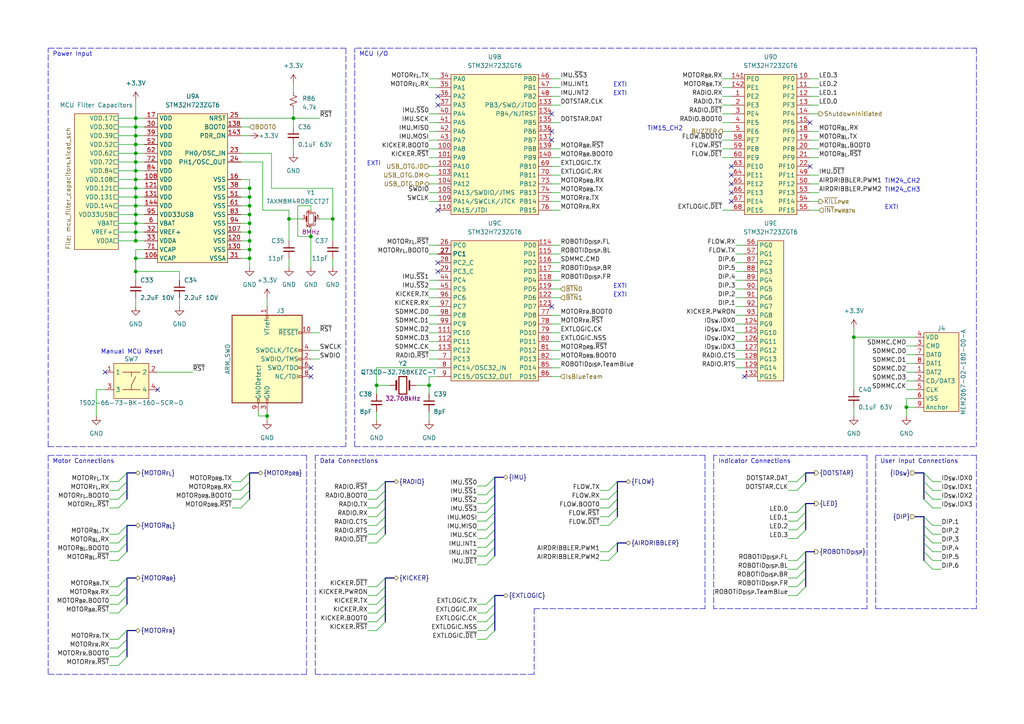
<source format=kicad_sch>
(kicad_sch (version 20230121) (generator eeschema)
  (paper "A4")
  (title_block (title "Control") (date "2023-02-21") (rev "1.0.0") (company "The A-Team (RC SSL)") (comment 1 "W. Stuckey & R. Osawa"))
  (bus_alias "LED" (members "LED.0" "LED.1" "LED.2" "LED.3"))
  (bus_alias "MOTOR_{FR}" (members "MOTOR_{FR}.TX" "MOTOR_{FR}.RX" "MOTOR_{FR}.BOOT0" "MOTOR_{FR}.~{RST}"))
  (bus_alias "MOTOR_{DRB}" (members "MOTOR_{DRB}.TX" "MOTOR_{DRB}.RX" "MOTOR_{DRB}.BOOT0" "MOTOR_{DRB}.~{RST}"))
  (bus_alias "DOTSTAR" (members "DOTSTAR.DAT" "DOTSTAR.CLK"))
  (bus_alias "MOTOR_{BL}" (members "MOTOR_{BL}.TX" "MOTOR_{BL}.RX" "MOTOR_{BL}.BOOT0" "MOTOR_{BL}.~{RST}"))
  (bus_alias "ROBOTID_{DISP}" (members "ROBOTID_{DISP}.FL" "ROBOTID_{DISP}.BL" "ROBOTID_{DISP}.BR" "ROBOTID_{DISP}.FR" "ROBOTID_{DISP}.TeamBlue"))
  (bus_alias "MOTOR_{BR}" (members "MOTOR_{BR}.TX" "MOTOR_{BR}.RX" "MOTOR_{BR}.BOOT0" "MOTOR_{BR}.~{RST}"))
  (bus_alias "MOTOR_{FL}" (members "MOTOR_{FL}.TX" "MOTOR_{FL}.RX" "MOTOR_{FL}.BOOT0" "MOTOR_{FL}.~{RST}"))
  (junction (at 72.39 62.23))
  (junction (at 72.39 57.15))
  (junction (at 72.39 64.77))
  (junction (at 39.37 39.37))
  (junction (at 39.37 34.29))
  (junction (at 72.39 67.31))
  (junction (at 72.39 72.39))
  (junction (at 39.37 69.85))
  (junction (at 39.37 52.07))
  (junction (at 109.22 111.76))
  (junction (at 77.47 120.65))
  (junction (at 39.37 67.31))
  (junction (at 39.37 57.15))
  (junction (at 39.37 74.93))
  (junction (at 247.65 97.79))
  (junction (at 96.52 63.5))
  (junction (at 39.37 59.69))
  (junction (at 39.37 36.83))
  (junction (at 39.37 46.99))
  (junction (at 39.37 62.23))
  (junction (at 90.17 68.58))
  (junction (at 72.39 54.61))
  (junction (at 39.37 64.77))
  (junction (at 72.39 59.69))
  (junction (at 72.39 69.85))
  (junction (at 39.37 78.74))
  (junction (at 83.82 63.5))
  (junction (at 39.37 49.53))
  (junction (at 124.46 111.76))
  (junction (at 85.09 34.29))
  (junction (at 39.37 41.91))
  (junction (at 39.37 54.61))
  (junction (at 72.39 74.93))
  (junction (at 262.89 118.11))
  (junction (at 39.37 44.45))
  (no_connect (at 234.95 35.56))
  (no_connect (at 90.17 109.22))
  (no_connect (at 212.09 53.34))
  (no_connect (at 127 76.2))
  (no_connect (at 160.02 88.9))
  (no_connect (at 234.95 48.26))
  (no_connect (at 212.09 48.26))
  (no_connect (at 160.02 40.64))
  (no_connect (at 45.72 113.03))
  (no_connect (at 160.02 33.02))
  (no_connect (at 212.09 58.42))
  (no_connect (at 127 27.94))
  (no_connect (at 212.09 55.88))
  (no_connect (at 212.09 50.8))
  (no_connect (at 215.9 109.22))
  (no_connect (at 90.17 106.68))
  (no_connect (at 127 60.96))
  (no_connect (at 127 30.48))
  (no_connect (at 160.02 38.1))
  (no_connect (at 30.48 107.95))
  (no_connect (at 127 78.74))
  (bus_entry (at 72.39 139.7) (size -2.54 2.54))
  (bus_entry (at 36.83 170.18) (size -2.54 2.54))
  (bus_entry (at 72.39 142.24) (size -2.54 2.54))
  (bus_entry (at 111.76 152.4) (size -2.54 2.54))
  (bus_entry (at 143.51 153.67) (size -2.54 2.54))
  (bus_entry (at 267.97 139.7) (size 2.54 2.54))
  (bus_entry (at 143.51 146.05) (size -2.54 2.54))
  (bus_entry (at 233.68 151.13) (size -2.54 2.54))
  (bus_entry (at 267.97 144.78) (size 2.54 2.54))
  (bus_entry (at 233.68 148.59) (size -2.54 2.54))
  (bus_entry (at 36.83 144.78) (size -2.54 2.54))
  (bus_entry (at 267.97 162.56) (size 2.54 2.54))
  (bus_entry (at 111.76 167.64) (size -2.54 2.54))
  (bus_entry (at 72.39 137.16) (size -2.54 2.54))
  (bus_entry (at 111.76 142.24) (size -2.54 2.54))
  (bus_entry (at 111.76 170.18) (size -2.54 2.54))
  (bus_entry (at 111.76 177.8) (size -2.54 2.54))
  (bus_entry (at 143.51 143.51) (size -2.54 2.54))
  (bus_entry (at 233.68 165.1) (size -2.54 2.54))
  (bus_entry (at 36.83 182.88) (size -2.54 2.54))
  (bus_entry (at 36.83 187.96) (size -2.54 2.54))
  (bus_entry (at 179.07 147.32) (size -2.54 2.54))
  (bus_entry (at 36.83 172.72) (size -2.54 2.54))
  (bus_entry (at 267.97 154.94) (size 2.54 2.54))
  (bus_entry (at 179.07 144.78) (size -2.54 2.54))
  (bus_entry (at 233.68 153.67) (size -2.54 2.54))
  (bus_entry (at 179.07 149.86) (size -2.54 2.54))
  (bus_entry (at 111.76 139.7) (size -2.54 2.54))
  (bus_entry (at 233.68 160.02) (size -2.54 2.54))
  (bus_entry (at 111.76 147.32) (size -2.54 2.54))
  (bus_entry (at 179.07 139.7) (size -2.54 2.54))
  (bus_entry (at 143.51 172.72) (size -2.54 2.54))
  (bus_entry (at 233.68 162.56) (size -2.54 2.54))
  (bus_entry (at 143.51 180.34) (size -2.54 2.54))
  (bus_entry (at 267.97 157.48) (size 2.54 2.54))
  (bus_entry (at 111.76 149.86) (size -2.54 2.54))
  (bus_entry (at 36.83 175.26) (size -2.54 2.54))
  (bus_entry (at 233.68 137.16) (size -2.54 2.54))
  (bus_entry (at 36.83 137.16) (size -2.54 2.54))
  (bus_entry (at 36.83 139.7) (size -2.54 2.54))
  (bus_entry (at 267.97 152.4) (size 2.54 2.54))
  (bus_entry (at 267.97 160.02) (size 2.54 2.54))
  (bus_entry (at 36.83 157.48) (size -2.54 2.54))
  (bus_entry (at 233.68 139.7) (size -2.54 2.54))
  (bus_entry (at 179.07 142.24) (size -2.54 2.54))
  (bus_entry (at 233.68 167.64) (size -2.54 2.54))
  (bus_entry (at 143.51 138.43) (size -2.54 2.54))
  (bus_entry (at 267.97 142.24) (size 2.54 2.54))
  (bus_entry (at 36.83 154.94) (size -2.54 2.54))
  (bus_entry (at 143.51 182.88) (size -2.54 2.54))
  (bus_entry (at 111.76 172.72) (size -2.54 2.54))
  (bus_entry (at 36.83 167.64) (size -2.54 2.54))
  (bus_entry (at 143.51 177.8) (size -2.54 2.54))
  (bus_entry (at 72.39 144.78) (size -2.54 2.54))
  (bus_entry (at 143.51 158.75) (size -2.54 2.54))
  (bus_entry (at 179.07 157.48) (size -2.54 2.54))
  (bus_entry (at 36.83 152.4) (size -2.54 2.54))
  (bus_entry (at 179.07 160.02) (size -2.54 2.54))
  (bus_entry (at 267.97 137.16) (size 2.54 2.54))
  (bus_entry (at 143.51 148.59) (size -2.54 2.54))
  (bus_entry (at 233.68 146.05) (size -2.54 2.54))
  (bus_entry (at 143.51 175.26) (size -2.54 2.54))
  (bus_entry (at 111.76 175.26) (size -2.54 2.54))
  (bus_entry (at 111.76 180.34) (size -2.54 2.54))
  (bus_entry (at 267.97 149.86) (size 2.54 2.54))
  (bus_entry (at 36.83 160.02) (size -2.54 2.54))
  (bus_entry (at 143.51 140.97) (size -2.54 2.54))
  (bus_entry (at 36.83 185.42) (size -2.54 2.54))
  (bus_entry (at 111.76 154.94) (size -2.54 2.54))
  (bus_entry (at 111.76 144.78) (size -2.54 2.54))
  (bus_entry (at 143.51 161.29) (size -2.54 2.54))
  (bus_entry (at 36.83 142.24) (size -2.54 2.54))
  (bus_entry (at 233.68 170.18) (size -2.54 2.54))
  (bus_entry (at 36.83 190.5) (size -2.54 2.54))
  (bus_entry (at 143.51 156.21) (size -2.54 2.54))
  (bus_entry (at 143.51 151.13) (size -2.54 2.54))
  (wire (pts (xy 228.6 156.21) (xy 231.14 156.21)))
  (wire (pts (xy 234.95 25.4) (xy 237.49 25.4)))
  (wire (pts (xy 31.75 190.5) (xy 34.29 190.5)))
  (wire (pts (xy 213.36 101.6) (xy 215.9 101.6)))
  (polyline (pts (xy 154.94 176.53) (xy 204.47 176.53)) (stroke (width 0) (type dash)))
  (wire (pts (xy 140.97 146.05) (xy 138.43 146.05)))
  (bus (pts (xy 233.68 160.02) (xy 236.22 160.02)))
  (wire (pts (xy 124.46 101.6) (xy 127 101.6)))
  (wire (pts (xy 160.02 106.68) (xy 162.56 106.68)))
  (wire (pts (xy 72.39 54.61) (xy 72.39 57.15)))
  (bus (pts (xy 267.97 142.24) (xy 267.97 144.78)))
  (wire (pts (xy 39.37 44.45) (xy 39.37 46.99)))
  (wire (pts (xy 176.53 160.02) (xy 173.99 160.02)))
  (bus (pts (xy 72.39 139.7) (xy 72.39 137.16)))
  (bus (pts (xy 267.97 160.02) (xy 267.97 162.56)))
  (wire (pts (xy 270.51 160.02) (xy 273.05 160.02)))
  (wire (pts (xy 124.46 91.44) (xy 127 91.44)))
  (wire (pts (xy 124.46 109.22) (xy 127 109.22)))
  (wire (pts (xy 34.29 36.83) (xy 39.37 36.83)))
  (wire (pts (xy 106.68 154.94) (xy 109.22 154.94)))
  (wire (pts (xy 77.47 120.65) (xy 77.47 121.92)))
  (polyline (pts (xy 254 132.08) (xy 254 176.53)) (stroke (width 0) (type dash)))
  (wire (pts (xy 237.49 43.18) (xy 234.95 43.18)))
  (bus (pts (xy 233.68 137.16) (xy 236.22 137.16)))
  (bus (pts (xy 111.76 177.8) (xy 111.76 180.34)))
  (wire (pts (xy 39.37 39.37) (xy 41.91 39.37)))
  (bus (pts (xy 143.51 148.59) (xy 143.51 151.13)))
  (wire (pts (xy 140.97 185.42) (xy 138.43 185.42)))
  (wire (pts (xy 140.97 163.83) (xy 138.43 163.83)))
  (wire (pts (xy 67.31 139.7) (xy 69.85 139.7)))
  (wire (pts (xy 262.89 113.03) (xy 265.43 113.03)))
  (wire (pts (xy 160.02 35.56) (xy 162.56 35.56)))
  (wire (pts (xy 160.02 71.12) (xy 162.56 71.12)))
  (wire (pts (xy 85.09 24.13) (xy 85.09 26.67)))
  (wire (pts (xy 72.39 52.07) (xy 72.39 54.61)))
  (wire (pts (xy 247.65 95.25) (xy 247.65 97.79)))
  (polyline (pts (xy 283.21 132.08) (xy 254 132.08)) (stroke (width 0) (type dash)))
  (wire (pts (xy 124.46 86.36) (xy 127 86.36)))
  (wire (pts (xy 39.37 41.91) (xy 39.37 44.45)))
  (wire (pts (xy 34.29 54.61) (xy 39.37 54.61)))
  (wire (pts (xy 234.95 53.34) (xy 237.49 53.34)))
  (wire (pts (xy 69.85 59.69) (xy 72.39 59.69)))
  (wire (pts (xy 176.53 142.24) (xy 173.99 142.24)))
  (bus (pts (xy 267.97 152.4) (xy 267.97 149.86)))
  (wire (pts (xy 90.17 59.69) (xy 86.36 59.69)))
  (bus (pts (xy 179.07 142.24) (xy 179.07 139.7)))
  (wire (pts (xy 34.29 41.91) (xy 39.37 41.91)))
  (wire (pts (xy 262.89 115.57) (xy 262.89 118.11)))
  (wire (pts (xy 228.6 170.18) (xy 231.14 170.18)))
  (bus (pts (xy 111.76 167.64) (xy 114.3 167.64)))
  (wire (pts (xy 83.82 69.85) (xy 83.82 63.5)))
  (wire (pts (xy 39.37 52.07) (xy 39.37 54.61)))
  (bus (pts (xy 36.83 142.24) (xy 36.83 144.78)))
  (polyline (pts (xy 283.21 176.53) (xy 254 176.53)) (stroke (width 0) (type dash)))
  (wire (pts (xy 109.22 106.68) (xy 127 106.68)))
  (bus (pts (xy 36.83 185.42) (xy 36.83 187.96)))
  (wire (pts (xy 72.39 57.15) (xy 72.39 59.69)))
  (bus (pts (xy 36.83 185.42) (xy 36.83 182.88)))
  (bus (pts (xy 233.68 146.05) (xy 236.22 146.05)))
  (wire (pts (xy 160.02 25.4) (xy 162.56 25.4)))
  (wire (pts (xy 39.37 78.74) (xy 52.07 78.74)))
  (bus (pts (xy 72.39 139.7) (xy 72.39 142.24)))
  (wire (pts (xy 67.31 142.24) (xy 69.85 142.24)))
  (bus (pts (xy 267.97 139.7) (xy 267.97 137.16)))
  (wire (pts (xy 77.47 86.36) (xy 77.47 88.9)))
  (bus (pts (xy 143.51 158.75) (xy 143.51 161.29)))
  (wire (pts (xy 41.91 74.93) (xy 39.37 74.93)))
  (wire (pts (xy 124.46 45.72) (xy 127 45.72)))
  (bus (pts (xy 143.51 151.13) (xy 143.51 153.67)))
  (bus (pts (xy 36.83 182.88) (xy 39.37 182.88)))
  (wire (pts (xy 69.85 64.77) (xy 72.39 64.77)))
  (wire (pts (xy 34.29 34.29) (xy 39.37 34.29)))
  (wire (pts (xy 124.46 58.42) (xy 127 58.42)))
  (wire (pts (xy 39.37 78.74) (xy 39.37 81.28)))
  (bus (pts (xy 179.07 147.32) (xy 179.07 149.86)))
  (wire (pts (xy 247.65 118.11) (xy 247.65 120.65)))
  (wire (pts (xy 140.97 151.13) (xy 138.43 151.13)))
  (wire (pts (xy 39.37 29.21) (xy 39.37 34.29)))
  (wire (pts (xy 31.75 142.24) (xy 34.29 142.24)))
  (wire (pts (xy 228.6 139.7) (xy 231.14 139.7)))
  (bus (pts (xy 143.51 177.8) (xy 143.51 180.34)))
  (wire (pts (xy 270.51 152.4) (xy 273.05 152.4)))
  (bus (pts (xy 233.68 137.16) (xy 233.68 139.7)))
  (bus (pts (xy 111.76 147.32) (xy 111.76 149.86)))
  (wire (pts (xy 228.6 151.13) (xy 231.14 151.13)))
  (wire (pts (xy 213.36 71.12) (xy 215.9 71.12)))
  (wire (pts (xy 90.17 104.14) (xy 92.71 104.14)))
  (wire (pts (xy 140.97 143.51) (xy 138.43 143.51)))
  (wire (pts (xy 31.75 172.72) (xy 34.29 172.72)))
  (wire (pts (xy 69.85 62.23) (xy 72.39 62.23)))
  (bus (pts (xy 179.07 142.24) (xy 179.07 144.78)))
  (wire (pts (xy 270.51 142.24) (xy 273.05 142.24)))
  (wire (pts (xy 262.89 102.87) (xy 265.43 102.87)))
  (bus (pts (xy 143.51 153.67) (xy 143.51 156.21)))
  (wire (pts (xy 160.02 91.44) (xy 162.56 91.44)))
  (wire (pts (xy 39.37 62.23) (xy 41.91 62.23)))
  (wire (pts (xy 90.17 60.96) (xy 90.17 59.69)))
  (bus (pts (xy 36.83 139.7) (xy 36.83 137.16)))
  (wire (pts (xy 209.55 38.1) (xy 212.09 38.1)))
  (wire (pts (xy 213.36 93.98) (xy 215.9 93.98)))
  (wire (pts (xy 124.46 43.18) (xy 127 43.18)))
  (wire (pts (xy 92.71 96.52) (xy 90.17 96.52)))
  (wire (pts (xy 69.85 34.29) (xy 85.09 34.29)))
  (wire (pts (xy 237.49 40.64) (xy 234.95 40.64)))
  (wire (pts (xy 140.97 161.29) (xy 138.43 161.29)))
  (bus (pts (xy 233.68 148.59) (xy 233.68 146.05)))
  (wire (pts (xy 213.36 104.14) (xy 215.9 104.14)))
  (wire (pts (xy 124.46 25.4) (xy 127 25.4)))
  (wire (pts (xy 34.29 62.23) (xy 39.37 62.23)))
  (wire (pts (xy 160.02 93.98) (xy 162.56 93.98)))
  (wire (pts (xy 31.75 162.56) (xy 34.29 162.56)))
  (bus (pts (xy 143.51 172.72) (xy 146.05 172.72)))
  (wire (pts (xy 77.47 119.38) (xy 77.47 120.65)))
  (wire (pts (xy 109.22 111.76) (xy 109.22 114.3)))
  (bus (pts (xy 36.83 154.94) (xy 36.83 157.48)))
  (wire (pts (xy 106.68 147.32) (xy 109.22 147.32)))
  (wire (pts (xy 176.53 162.56) (xy 173.99 162.56)))
  (wire (pts (xy 213.36 81.28) (xy 215.9 81.28)))
  (wire (pts (xy 140.97 153.67) (xy 138.43 153.67)))
  (wire (pts (xy 262.89 105.41) (xy 265.43 105.41)))
  (wire (pts (xy 27.94 113.03) (xy 27.94 120.65)))
  (polyline (pts (xy 88.9 132.08) (xy 88.9 195.58)) (stroke (width 0) (type dash)))
  (wire (pts (xy 39.37 59.69) (xy 39.37 62.23)))
  (wire (pts (xy 234.95 55.88) (xy 237.49 55.88)))
  (polyline (pts (xy 283.21 13.97) (xy 283.21 129.54)) (stroke (width 0) (type dash)))
  (wire (pts (xy 265.43 115.57) (xy 262.89 115.57)))
  (wire (pts (xy 140.97 177.8) (xy 138.43 177.8)))
  (bus (pts (xy 143.51 143.51) (xy 143.51 140.97)))
  (wire (pts (xy 213.36 83.82) (xy 215.9 83.82)))
  (wire (pts (xy 76.2 60.96) (xy 76.2 46.99)))
  (wire (pts (xy 124.46 48.26) (xy 127 48.26)))
  (wire (pts (xy 213.36 91.44) (xy 215.9 91.44)))
  (wire (pts (xy 39.37 36.83) (xy 41.91 36.83)))
  (wire (pts (xy 74.93 120.65) (xy 77.47 120.65)))
  (wire (pts (xy 124.46 111.76) (xy 124.46 109.22)))
  (bus (pts (xy 36.83 172.72) (xy 36.83 175.26)))
  (wire (pts (xy 124.46 53.34) (xy 127 53.34)))
  (wire (pts (xy 176.53 149.86) (xy 173.99 149.86)))
  (wire (pts (xy 162.56 50.8) (xy 160.02 50.8)))
  (wire (pts (xy 39.37 72.39) (xy 39.37 74.93)))
  (wire (pts (xy 27.94 113.03) (xy 30.48 113.03)))
  (wire (pts (xy 124.46 55.88) (xy 127 55.88)))
  (wire (pts (xy 160.02 73.66) (xy 162.56 73.66)))
  (wire (pts (xy 69.85 36.83) (xy 72.39 36.83)))
  (bus (pts (xy 111.76 149.86) (xy 111.76 152.4)))
  (wire (pts (xy 78.74 54.61) (xy 78.74 44.45)))
  (wire (pts (xy 270.51 139.7) (xy 273.05 139.7)))
  (wire (pts (xy 127 40.64) (xy 124.46 40.64)))
  (wire (pts (xy 124.46 71.12) (xy 127 71.12)))
  (wire (pts (xy 39.37 57.15) (xy 39.37 59.69)))
  (wire (pts (xy 140.97 182.88) (xy 138.43 182.88)))
  (wire (pts (xy 209.55 27.94) (xy 212.09 27.94)))
  (wire (pts (xy 270.51 165.1) (xy 273.05 165.1)))
  (wire (pts (xy 213.36 86.36) (xy 215.9 86.36)))
  (wire (pts (xy 213.36 96.52) (xy 215.9 96.52)))
  (wire (pts (xy 34.29 59.69) (xy 39.37 59.69)))
  (wire (pts (xy 39.37 41.91) (xy 41.91 41.91)))
  (wire (pts (xy 162.56 53.34) (xy 160.02 53.34)))
  (wire (pts (xy 176.53 152.4) (xy 173.99 152.4)))
  (wire (pts (xy 270.51 144.78) (xy 273.05 144.78)))
  (bus (pts (xy 36.83 139.7) (xy 36.83 142.24)))
  (wire (pts (xy 160.02 22.86) (xy 162.56 22.86)))
  (bus (pts (xy 267.97 157.48) (xy 267.97 160.02)))
  (wire (pts (xy 140.97 158.75) (xy 138.43 158.75)))
  (polyline (pts (xy 91.44 195.58) (xy 154.94 195.58)) (stroke (width 0) (type dash)))
  (wire (pts (xy 90.17 101.6) (xy 92.71 101.6)))
  (wire (pts (xy 39.37 67.31) (xy 39.37 69.85)))
  (wire (pts (xy 176.53 144.78) (xy 173.99 144.78)))
  (bus (pts (xy 143.51 143.51) (xy 143.51 146.05)))
  (wire (pts (xy 160.02 45.72) (xy 162.56 45.72)))
  (wire (pts (xy 213.36 78.74) (xy 215.9 78.74)))
  (wire (pts (xy 67.31 147.32) (xy 69.85 147.32)))
  (wire (pts (xy 39.37 69.85) (xy 41.91 69.85)))
  (wire (pts (xy 213.36 99.06) (xy 215.9 99.06)))
  (wire (pts (xy 124.46 111.76) (xy 124.46 114.3)))
  (wire (pts (xy 140.97 180.34) (xy 138.43 180.34)))
  (wire (pts (xy 52.07 81.28) (xy 52.07 78.74)))
  (wire (pts (xy 209.55 25.4) (xy 212.09 25.4)))
  (bus (pts (xy 143.51 156.21) (xy 143.51 158.75)))
  (wire (pts (xy 74.93 119.38) (xy 74.93 120.65)))
  (wire (pts (xy 262.89 107.95) (xy 265.43 107.95)))
  (bus (pts (xy 36.83 170.18) (xy 36.83 167.64)))
  (wire (pts (xy 39.37 36.83) (xy 39.37 39.37)))
  (bus (pts (xy 111.76 144.78) (xy 111.76 147.32)))
  (wire (pts (xy 85.09 41.91) (xy 85.09 44.45)))
  (wire (pts (xy 270.51 154.94) (xy 273.05 154.94)))
  (bus (pts (xy 36.83 170.18) (xy 36.83 172.72)))
  (bus (pts (xy 143.51 138.43) (xy 146.05 138.43)))
  (wire (pts (xy 124.46 119.38) (xy 124.46 121.92)))
  (wire (pts (xy 127 38.1) (xy 124.46 38.1)))
  (wire (pts (xy 109.22 119.38) (xy 109.22 121.92)))
  (wire (pts (xy 140.97 156.21) (xy 138.43 156.21)))
  (wire (pts (xy 228.6 165.1) (xy 231.14 165.1)))
  (wire (pts (xy 85.09 31.75) (xy 85.09 34.29)))
  (wire (pts (xy 34.29 57.15) (xy 39.37 57.15)))
  (polyline (pts (xy 88.9 195.58) (xy 13.97 195.58)) (stroke (width 0) (type dash)))
  (wire (pts (xy 209.55 30.48) (xy 212.09 30.48)))
  (bus (pts (xy 111.76 172.72) (xy 111.76 175.26)))
  (wire (pts (xy 124.46 22.86) (xy 127 22.86)))
  (wire (pts (xy 72.39 59.69) (xy 72.39 62.23)))
  (wire (pts (xy 31.75 185.42) (xy 34.29 185.42)))
  (wire (pts (xy 76.2 60.96) (xy 83.82 60.96)))
  (polyline (pts (xy 13.97 129.54) (xy 100.33 129.54)) (stroke (width 0) (type dash)))
  (wire (pts (xy 34.29 67.31) (xy 39.37 67.31)))
  (wire (pts (xy 92.71 63.5) (xy 96.52 63.5)))
  (wire (pts (xy 31.75 157.48) (xy 34.29 157.48)))
  (wire (pts (xy 92.71 34.29) (xy 85.09 34.29)))
  (wire (pts (xy 209.55 45.72) (xy 212.09 45.72)))
  (wire (pts (xy 237.49 45.72) (xy 234.95 45.72)))
  (wire (pts (xy 162.56 96.52) (xy 160.02 96.52)))
  (wire (pts (xy 160.02 78.74) (xy 162.56 78.74)))
  (wire (pts (xy 34.29 52.07) (xy 39.37 52.07)))
  (wire (pts (xy 124.46 33.02) (xy 127 33.02)))
  (wire (pts (xy 270.51 147.32) (xy 273.05 147.32)))
  (bus (pts (xy 111.76 152.4) (xy 111.76 154.94)))
  (wire (pts (xy 140.97 175.26) (xy 138.43 175.26)))
  (wire (pts (xy 109.22 177.8) (xy 106.68 177.8)))
  (wire (pts (xy 109.22 172.72) (xy 106.68 172.72)))
  (wire (pts (xy 39.37 57.15) (xy 41.91 57.15)))
  (wire (pts (xy 213.36 73.66) (xy 215.9 73.66)))
  (wire (pts (xy 67.31 144.78) (xy 69.85 144.78)))
  (wire (pts (xy 78.74 44.45) (xy 69.85 44.45)))
  (wire (pts (xy 124.46 93.98) (xy 127 93.98)))
  (polyline (pts (xy 100.33 13.97) (xy 13.97 13.97)) (stroke (width 0) (type dash)))
  (bus (pts (xy 72.39 137.16) (xy 74.93 137.16)))
  (wire (pts (xy 162.56 76.2) (xy 160.02 76.2)))
  (wire (pts (xy 39.37 54.61) (xy 39.37 57.15)))
  (wire (pts (xy 86.36 59.69) (xy 86.36 68.58)))
  (wire (pts (xy 270.51 162.56) (xy 273.05 162.56)))
  (wire (pts (xy 72.39 74.93) (xy 72.39 77.47)))
  (wire (pts (xy 160.02 83.82) (xy 162.56 83.82)))
  (wire (pts (xy 162.56 48.26) (xy 160.02 48.26)))
  (wire (pts (xy 109.22 182.88) (xy 106.68 182.88)))
  (bus (pts (xy 111.76 170.18) (xy 111.76 167.64)))
  (wire (pts (xy 228.6 162.56) (xy 231.14 162.56)))
  (wire (pts (xy 262.89 118.11) (xy 262.89 120.65)))
  (wire (pts (xy 69.85 74.93) (xy 72.39 74.93)))
  (bus (pts (xy 111.76 170.18) (xy 111.76 172.72)))
  (wire (pts (xy 228.6 153.67) (xy 231.14 153.67)))
  (wire (pts (xy 69.85 54.61) (xy 72.39 54.61)))
  (wire (pts (xy 209.55 60.96) (xy 212.09 60.96)))
  (bus (pts (xy 233.68 167.64) (xy 233.68 170.18)))
  (wire (pts (xy 86.36 68.58) (xy 90.17 68.58)))
  (bus (pts (xy 111.76 139.7) (xy 114.3 139.7)))
  (wire (pts (xy 90.17 68.58) (xy 90.17 77.47)))
  (wire (pts (xy 247.65 97.79) (xy 265.43 97.79)))
  (wire (pts (xy 39.37 62.23) (xy 39.37 64.77)))
  (wire (pts (xy 31.75 139.7) (xy 34.29 139.7)))
  (wire (pts (xy 72.39 67.31) (xy 72.39 69.85)))
  (wire (pts (xy 83.82 74.93) (xy 83.82 77.47)))
  (bus (pts (xy 267.97 149.86) (xy 265.43 149.86)))
  (wire (pts (xy 209.55 33.02) (xy 212.09 33.02)))
  (wire (pts (xy 176.53 147.32) (xy 173.99 147.32)))
  (wire (pts (xy 96.52 63.5) (xy 96.52 69.85)))
  (polyline (pts (xy 283.21 132.08) (xy 283.21 176.53)) (stroke (width 0) (type dash)))
  (bus (pts (xy 36.83 167.64) (xy 39.37 167.64)))
  (wire (pts (xy 52.07 86.36) (xy 52.07 88.9)))
  (wire (pts (xy 124.46 50.8) (xy 127 50.8)))
  (wire (pts (xy 160.02 43.18) (xy 162.56 43.18)))
  (polyline (pts (xy 283.21 13.97) (xy 102.87 13.97)) (stroke (width 0) (type dash)))
  (wire (pts (xy 83.82 63.5) (xy 87.63 63.5)))
  (bus (pts (xy 143.51 146.05) (xy 143.51 148.59)))
  (bus (pts (xy 179.07 157.48) (xy 179.07 160.02)))
  (wire (pts (xy 39.37 49.53) (xy 39.37 52.07)))
  (wire (pts (xy 39.37 49.53) (xy 41.91 49.53)))
  (wire (pts (xy 162.56 104.14) (xy 160.02 104.14)))
  (wire (pts (xy 31.75 154.94) (xy 34.29 154.94)))
  (wire (pts (xy 76.2 46.99) (xy 69.85 46.99)))
  (wire (pts (xy 234.95 33.02) (xy 237.49 33.02)))
  (bus (pts (xy 111.76 142.24) (xy 111.76 139.7)))
  (wire (pts (xy 209.55 40.64) (xy 212.09 40.64)))
  (wire (pts (xy 69.85 39.37) (xy 72.39 39.37)))
  (wire (pts (xy 39.37 74.93) (xy 39.37 78.74)))
  (wire (pts (xy 31.75 193.04) (xy 34.29 193.04)))
  (wire (pts (xy 31.75 175.26) (xy 34.29 175.26)))
  (wire (pts (xy 228.6 148.59) (xy 231.14 148.59)))
  (wire (pts (xy 109.22 170.18) (xy 106.68 170.18)))
  (wire (pts (xy 127 35.56) (xy 124.46 35.56)))
  (wire (pts (xy 162.56 55.88) (xy 160.02 55.88)))
  (wire (pts (xy 213.36 106.68) (xy 215.9 106.68)))
  (wire (pts (xy 31.75 187.96) (xy 34.29 187.96)))
  (wire (pts (xy 262.89 100.33) (xy 265.43 100.33)))
  (wire (pts (xy 41.91 72.39) (xy 39.37 72.39)))
  (wire (pts (xy 262.89 118.11) (xy 265.43 118.11)))
  (polyline (pts (xy 204.47 132.08) (xy 91.44 132.08)) (stroke (width 0) (type dash)))
  (polyline (pts (xy 154.94 176.53) (xy 154.94 195.58)) (stroke (width 0) (type dash)))
  (wire (pts (xy 31.75 177.8) (xy 34.29 177.8)))
  (bus (pts (xy 179.07 144.78) (xy 179.07 147.32)))
  (wire (pts (xy 160.02 30.48) (xy 162.56 30.48)))
  (wire (pts (xy 31.75 144.78) (xy 34.29 144.78)))
  (wire (pts (xy 39.37 64.77) (xy 41.91 64.77)))
  (bus (pts (xy 233.68 165.1) (xy 233.68 167.64)))
  (wire (pts (xy 237.49 38.1) (xy 234.95 38.1)))
  (wire (pts (xy 39.37 64.77) (xy 39.37 67.31)))
  (wire (pts (xy 234.95 60.96) (xy 237.49 60.96)))
  (wire (pts (xy 160.02 86.36) (xy 162.56 86.36)))
  (wire (pts (xy 96.52 74.93) (xy 96.52 77.47)))
  (wire (pts (xy 160.02 60.96) (xy 162.56 60.96)))
  (bus (pts (xy 36.83 154.94) (xy 36.83 152.4)))
  (bus (pts (xy 267.97 152.4) (xy 267.97 154.94)))
  (wire (pts (xy 213.36 88.9) (xy 215.9 88.9)))
  (wire (pts (xy 270.51 157.48) (xy 273.05 157.48)))
  (wire (pts (xy 69.85 72.39) (xy 72.39 72.39)))
  (wire (pts (xy 34.29 46.99) (xy 39.37 46.99)))
  (bus (pts (xy 111.76 175.26) (xy 111.76 177.8)))
  (wire (pts (xy 106.68 149.86) (xy 109.22 149.86)))
  (wire (pts (xy 228.6 142.24) (xy 231.14 142.24)))
  (wire (pts (xy 34.29 49.53) (xy 39.37 49.53)))
  (wire (pts (xy 31.75 160.02) (xy 34.29 160.02)))
  (wire (pts (xy 124.46 88.9) (xy 127 88.9)))
  (wire (pts (xy 262.89 110.49) (xy 265.43 110.49)))
  (wire (pts (xy 109.22 175.26) (xy 106.68 175.26)))
  (wire (pts (xy 83.82 63.5) (xy 83.82 60.96)))
  (bus (pts (xy 111.76 142.24) (xy 111.76 144.78)))
  (wire (pts (xy 234.95 30.48) (xy 237.49 30.48)))
  (wire (pts (xy 109.22 180.34) (xy 106.68 180.34)))
  (wire (pts (xy 127 83.82) (xy 124.46 83.82)))
  (bus (pts (xy 143.51 180.34) (xy 143.51 182.88)))
  (wire (pts (xy 90.17 68.58) (xy 90.17 66.04)))
  (wire (pts (xy 138.43 140.97) (xy 140.97 140.97)))
  (wire (pts (xy 45.72 107.95) (xy 55.88 107.95)))
  (wire (pts (xy 213.36 76.2) (xy 215.9 76.2)))
  (polyline (pts (xy 251.46 176.53) (xy 207.01 176.53)) (stroke (width 0) (type dash)))
  (wire (pts (xy 72.39 64.77) (xy 72.39 67.31)))
  (wire (pts (xy 34.29 64.77) (xy 39.37 64.77)))
  (wire (pts (xy 34.29 39.37) (xy 39.37 39.37)))
  (wire (pts (xy 106.68 157.48) (xy 109.22 157.48)))
  (wire (pts (xy 160.02 81.28) (xy 162.56 81.28)))
  (wire (pts (xy 124.46 96.52) (xy 127 96.52)))
  (wire (pts (xy 34.29 69.85) (xy 39.37 69.85)))
  (bus (pts (xy 143.51 175.26) (xy 143.51 172.72)))
  (wire (pts (xy 39.37 44.45) (xy 41.91 44.45)))
  (bus (pts (xy 233.68 148.59) (xy 233.68 151.13)))
  (polyline (pts (xy 102.87 129.54) (xy 102.87 13.97)) (stroke (width 0) (type dash)))
  (wire (pts (xy 39.37 59.69) (xy 41.91 59.69)))
  (wire (pts (xy 39.37 67.31) (xy 41.91 67.31)))
  (wire (pts (xy 212.09 22.86) (xy 209.55 22.86)))
  (wire (pts (xy 234.95 50.8) (xy 237.49 50.8)))
  (wire (pts (xy 120.65 111.76) (xy 124.46 111.76)))
  (wire (pts (xy 39.37 54.61) (xy 41.91 54.61)))
  (polyline (pts (xy 88.9 132.08) (xy 13.97 132.08)) (stroke (width 0) (type dash)))
  (wire (pts (xy 124.46 73.66) (xy 127 73.66)))
  (wire (pts (xy 69.85 52.07) (xy 72.39 52.07)))
  (wire (pts (xy 69.85 67.31) (xy 72.39 67.31)))
  (wire (pts (xy 39.37 34.29) (xy 39.37 36.83)))
  (wire (pts (xy 85.09 34.29) (xy 85.09 36.83)))
  (bus (pts (xy 267.97 139.7) (xy 267.97 142.24)))
  (polyline (pts (xy 91.44 132.08) (xy 91.44 195.58)) (stroke (width 0) (type dash)))
  (polyline (pts (xy 13.97 132.08) (xy 13.97 195.58)) (stroke (width 0) (type dash)))
  (bus (pts (xy 36.83 152.4) (xy 39.37 152.4)))
  (bus (pts (xy 233.68 162.56) (xy 233.68 160.02)))
  (wire (pts (xy 31.75 170.18) (xy 34.29 170.18)))
  (wire (pts (xy 228.6 167.64) (xy 231.14 167.64)))
  (wire (pts (xy 127 81.28) (xy 124.46 81.28)))
  (wire (pts (xy 34.29 44.45) (xy 39.37 44.45)))
  (polyline (pts (xy 13.97 129.54) (xy 13.97 13.97)) (stroke (width 0) (type dash)))
  (bus (pts (xy 267.97 137.16) (xy 265.43 137.16)))
  (polyline (pts (xy 102.87 129.54) (xy 283.21 129.54)) (stroke (width 0) (type dash)))
  (wire (pts (xy 39.37 34.29) (xy 41.91 34.29)))
  (wire (pts (xy 69.85 57.15) (xy 72.39 57.15)))
  (bus (pts (xy 267.97 154.94) (xy 267.97 157.48)))
  (wire (pts (xy 247.65 97.79) (xy 247.65 113.03)))
  (wire (pts (xy 72.39 69.85) (xy 72.39 72.39)))
  (wire (pts (xy 39.37 86.36) (xy 39.37 88.9)))
  (bus (pts (xy 36.83 137.16) (xy 39.37 137.16)))
  (wire (pts (xy 162.56 27.94) (xy 160.02 27.94)))
  (wire (pts (xy 106.68 142.24) (xy 109.22 142.24)))
  (polyline (pts (xy 204.47 132.08) (xy 204.47 176.53)) (stroke (width 0) (type dash)))
  (wire (pts (xy 140.97 148.59) (xy 138.43 148.59)))
  (wire (pts (xy 234.95 27.94) (xy 237.49 27.94)))
  (bus (pts (xy 233.68 162.56) (xy 233.68 165.1)))
  (bus (pts (xy 233.68 151.13) (xy 233.68 153.67)))
  (wire (pts (xy 162.56 58.42) (xy 160.02 58.42)))
  (wire (pts (xy 96.52 54.61) (xy 96.52 63.5)))
  (wire (pts (xy 234.95 22.86) (xy 237.49 22.86)))
  (wire (pts (xy 72.39 62.23) (xy 72.39 64.77)))
  (polyline (pts (xy 251.46 132.08) (xy 207.01 132.08)) (stroke (width 0) (type dash)))
  (wire (pts (xy 109.22 111.76) (xy 109.22 106.68)))
  (wire (pts (xy 39.37 39.37) (xy 39.37 41.91)))
  (wire (pts (xy 39.37 46.99) (xy 41.91 46.99)))
  (wire (pts (xy 234.95 58.42) (xy 237.49 58.42)))
  (wire (pts (xy 78.74 54.61) (xy 96.52 54.61)))
  (wire (pts (xy 39.37 46.99) (xy 39.37 49.53)))
  (bus (pts (xy 72.39 142.24) (xy 72.39 144.78)))
  (wire (pts (xy 162.56 99.06) (xy 160.02 99.06)))
  (wire (pts (xy 72.39 72.39) (xy 72.39 74.93)))
  (wire (pts (xy 106.68 144.78) (xy 109.22 144.78)))
  (polyline (pts (xy 100.33 13.97) (xy 100.33 129.54)) (stroke (width 0) (type dash)))
  (wire (pts (xy 228.6 172.72) (xy 231.14 172.72)))
  (wire (pts (xy 124.46 104.14) (xy 127 104.14)))
  (bus (pts (xy 36.83 187.96) (xy 36.83 190.5)))
  (bus (pts (xy 179.07 157.48) (xy 181.61 157.48)))
  (wire (pts (xy 39.37 52.07) (xy 41.91 52.07)))
  (wire (pts (xy 69.85 69.85) (xy 72.39 69.85)))
  (bus (pts (xy 36.83 157.48) (xy 36.83 160.02)))
  (wire (pts (xy 209.55 43.18) (xy 212.09 43.18)))
  (polyline (pts (xy 251.46 132.08) (xy 251.46 176.53)) (stroke (width 0) (type dash)))
  (polyline (pts (xy 207.01 132.08) (xy 207.01 176.53)) (stroke (width 0) (type dash)))
  (wire (pts (xy 162.56 109.22) (xy 160.02 109.22)))
  (wire (pts (xy 106.68 152.4) (xy 109.22 152.4)))
  (wire (pts (xy 113.03 111.76) (xy 109.22 111.76)))
  (wire (pts (xy 31.75 147.32) (xy 34.29 147.32)))
  (wire (pts (xy 209.55 35.56) (xy 212.09 35.56)))
  (wire (pts (xy 124.46 99.06) (xy 127 99.06)))
  (bus (pts (xy 143.51 140.97) (xy 143.51 138.43)))
  (bus (pts (xy 179.07 139.7) (xy 181.61 139.7)))
  (bus (pts (xy 143.51 175.26) (xy 143.51 177.8)))
  (wire (pts (xy 162.56 101.6) (xy 160.02 101.6)))
  (text "EXTI" (at 110.49 48.26 0) (effects (font (size 1.27 1.27)) (justify right bottom)))
  (text "TIM24_CH3" (at 256.54 55.88 0) (effects (font (size 1.27 1.27)) (justify left bottom)))
  (text "EXTI" (at 177.8 83.82 0) (effects (font (size 1.27 1.27)) (justify left bottom)))
  (text "EXTI" (at 177.8 86.36 0) (effects (font (size 1.27 1.27)) (justify left bottom)))
  (text "Data Connections" (at 92.71 134.62 0) (effects (font (size 1.27 1.27)) (justify left bottom)))
  (text "TIM24_CH2" (at 256.54 53.34 0) (effects (font (size 1.27 1.27)) (justify left bottom)))
  (text "EXTI" (at 177.8 27.94 0) (effects (font (size 1.27 1.27)) (justify left bottom)))
  (text "Indicator Connections" (at 208.28 134.62 0) (effects (font (size 1.27 1.27)) (justify left bottom)))
  (text "EXTI" (at 177.8 25.4 0) (effects (font (size 1.27 1.27)) (justify left bottom)))
  (text "User Input Connections" (at 255.27 134.62 0) (effects (font (size 1.27 1.27)) (justify left bottom)))
  (text "TIM15_CH2" (at 198.12 38.1 0) (effects (font (size 1.27 1.27)) (justify right bottom)))
  (text "Motor Connections" (at 15.24 134.62 0) (effects (font (size 1.27 1.27)) (justify left bottom)))
  (text "Power Input" (at 15.24 16.51 0) (effects (font (size 1.27 1.27)) (justify left bottom)))
  (text "EXTI" (at 256.54 60.96 0) (effects (font (size 1.27 1.27)) (justify left bottom)))
  (text "MCU I/O" (at 104.14 16.51 0) (effects (font (size 1.27 1.27)) (justify left bottom)))
  (text "Manual MCU Reset" (at 29.21 102.87 0) (effects (font (size 1.27 1.27)) (justify left bottom)))
  (label "RADIO.CTS" (at 106.68 152.4 180))
  (label "AIRDRIBBLER.PWM1" (at 237.49 53.34 0))
  (label "ID_{SW}.IDX1" (at 213.36 96.52 180))
  (label "MOTOR_{FL}.~{RST}" (at 124.46 71.12 180))
  (label "MOTOR_{BR}.RX" (at 31.75 172.72 180))
  (label "IMU.MOSI" (at 138.43 151.13 180))
  (label "LED.2" (at 228.6 153.67 180))
  (label "RADIO.TX" (at 209.55 30.48 180))
  (label "AIRDRIBBLER.PWM2" (at 173.99 162.56 180))
  (label "IMU.INT2" (at 138.43 161.29 180))
  (label "RADIO.RTS" (at 106.68 154.94 180))
  (label "MOTOR_{FL}.TX" (at 124.46 22.86 180))
  (label "SDMMC.D0" (at 124.46 91.44 180))
  (label "DIP.6" (at 213.36 76.2 180))
  (label "FLOW.~{RST}" (at 173.99 149.86 180))
  (label "MOTOR_{BL}.TX" (at 237.49 40.64 0))
  (label "MOTOR_{DRB}.~{RST}" (at 162.56 101.6 0))
  (label "IMU.MISO" (at 124.46 38.1 180))
  (label "RADIO.~{RST}" (at 106.68 142.24 180))
  (label "MOTOR_{FR}.~{RST}" (at 162.56 93.98 0))
  (label "IMU.~{SS}3" (at 138.43 148.59 180))
  (label "MOTOR_{FR}.BOOT0" (at 162.56 91.44 0))
  (label "MOTOR_{FR}.BOOT0" (at 31.75 190.5 180))
  (label "MOTOR_{FL}.BOOT0" (at 124.46 73.66 180))
  (label "RADIO.CTS" (at 213.36 104.14 180))
  (label "MOTOR_{FR}.TX" (at 162.56 58.42 0))
  (label "SDMMC.CK" (at 124.46 101.6 180))
  (label "SWCLK" (at 92.71 101.6 0))
  (label "MOTOR_{BL}.~{RST}" (at 237.49 45.72 0))
  (label "FLOW.TX" (at 213.36 73.66 180))
  (label "MOTOR_{DRB}.TX" (at 162.56 55.88 0))
  (label "MOTOR_{BR}.~{RST}" (at 162.56 43.18 0))
  (label "IMU.INT2" (at 162.56 27.94 0))
  (label "DIP.4" (at 273.05 160.02 0))
  (label "FLOW.RX" (at 173.99 144.78 180))
  (label "KICKER.TX" (at 124.46 86.36 180))
  (label "SWDIO" (at 92.71 104.14 0))
  (label "IMU.~{SS}0" (at 138.43 140.97 180))
  (label "KICKER.PWRON" (at 213.36 91.44 180))
  (label "DIP.2" (at 213.36 86.36 180))
  (label "LED.1" (at 228.6 151.13 180))
  (label "FLOW.BOOT0" (at 209.55 40.64 180))
  (label "SDMMC.D1" (at 124.46 93.98 180))
  (label "ROBOTID_{DISP}.FL" (at 228.6 162.56 180))
  (label "LED.0" (at 237.49 30.48 0))
  (label "MOTOR_{BL}.RX" (at 237.49 38.1 0))
  (label "ID_{SW}.IDX2" (at 213.36 99.06 180))
  (label "KICKER.TX" (at 106.68 175.26 180))
  (label "IMU.MISO" (at 138.43 153.67 180))
  (label "DOTSTAR.CLK" (at 162.56 30.48 0))
  (label "ROBOTID_{DISP}.BR" (at 228.6 167.64 180))
  (label "KICKER.~{DET}" (at 106.68 170.18 180))
  (label "~{RST}" (at 55.88 107.95 0))
  (label "MOTOR_{FL}.TX" (at 31.75 139.7 180))
  (label "SDMMC.D2" (at 262.89 107.95 180))
  (label "RADIO.TX" (at 106.68 147.32 180))
  (label "MOTOR_{FR}.RX" (at 162.56 60.96 0))
  (label "FLOW.~{DET}" (at 209.55 45.72 180))
  (label "IMU.MOSI" (at 124.46 40.64 180))
  (label "IMU.~{DET}" (at 138.43 163.83 180))
  (label "IMU.INT1" (at 162.56 25.4 0))
  (label "EXTLOGIC.~{DET}" (at 209.55 60.96 180))
  (label "DIP.5" (at 213.36 78.74 180))
  (label "KICKER.~{RST}" (at 106.68 182.88 180))
  (label "ID_{SW}.IDX1" (at 273.05 142.24 0))
  (label "RADIO.BOOT0" (at 209.55 35.56 180))
  (label "DOTSTAR.CLK" (at 228.6 142.24 180))
  (label "ID_{SW}.IDX0" (at 213.36 93.98 180))
  (label "LED.1" (at 237.49 27.94 0))
  (label "SDMMC.CK" (at 262.89 113.03 180))
  (label "IMU.~{DET}" (at 237.49 50.8 0))
  (label "EXTLOGIC.NSS" (at 162.56 99.06 0))
  (label "LED.0" (at 228.6 148.59 180))
  (label "MOTOR_{DRB}.BOOT0" (at 162.56 104.14 0))
  (label "ID_{SW}.IDX3" (at 213.36 101.6 180))
  (label "LED.3" (at 228.6 156.21 180))
  (label "KICKER.BOOT0" (at 124.46 43.18 180))
  (label "EXTLOGIC.NSS" (at 138.43 182.88 180))
  (label "MOTOR_{FR}.~{RST}" (at 31.75 193.04 180))
  (label "KICKER.PWRON" (at 106.68 172.72 180))
  (label "KICKER.BOOT0" (at 106.68 180.34 180))
  (label "MOTOR_{BR}.~{RST}" (at 31.75 177.8 180))
  (label "FLOW.RX" (at 213.36 71.12 180))
  (label "SDMMC.D1" (at 262.89 105.41 180))
  (label "MOTOR_{BR}.RX" (at 209.55 22.86 180))
  (label "DIP.3" (at 273.05 157.48 0))
  (label "SDMMC.D2" (at 124.46 96.52 180))
  (label "MOTOR_{FL}.RX" (at 31.75 142.24 180))
  (label "DIP.2" (at 273.05 154.94 0))
  (label "EXTLOGIC.CK" (at 162.56 96.52 0))
  (label "ROBOTID_{DISP}.FR" (at 162.56 81.28 0))
  (label "DOTSTAR.DAT" (at 162.56 35.56 0))
  (label "EXTLOGIC.CK" (at 138.43 180.34 180))
  (label "DOTSTAR.DAT" (at 228.6 139.7 180))
  (label "MOTOR_{BR}.BOOT0" (at 162.56 45.72 0))
  (label "KICKER.RX" (at 106.68 177.8 180))
  (label "~{RST}" (at 92.71 34.29 0))
  (label "EXTLOGIC.~{DET}" (at 138.43 185.42 180))
  (label "ROBOTID_{DISP}.BR" (at 162.56 78.74 0))
  (label "KICKER.RX" (at 124.46 88.9 180))
  (label "DIP.1" (at 273.05 152.4 0))
  (label "RADIO.~{RST}" (at 124.46 104.14 180))
  (label "SDMMC.D3" (at 124.46 99.06 180))
  (label "MOTOR_{DRB}.TX" (at 67.31 139.7 180))
  (label "EXTLOGIC.TX" (at 162.56 48.26 0))
  (label "MOTOR_{DRB}.RX" (at 162.56 53.34 0))
  (label "IMU.~{SS}3" (at 162.56 22.86 0))
  (label "FLOW.TX" (at 173.99 142.24 180))
  (label "RADIO.~{DET}" (at 209.55 33.02 180))
  (label "IMU.~{SS}1" (at 124.46 81.28 180))
  (label "ROBOTID_{DISP}.BL" (at 162.56 73.66 0))
  (label "IMU.~{SS}2" (at 138.43 146.05 180))
  (label "SWDIO" (at 124.46 55.88 180))
  (label "MOTOR_{BL}.TX" (at 31.75 154.94 180))
  (label "FLOW.BOOT0" (at 173.99 147.32 180))
  (label "~{RST}" (at 92.71 96.52 0))
  (label "MOTOR_{BR}.BOOT0" (at 31.75 175.26 180))
  (label "FLOW.~{DET}" (at 173.99 152.4 180))
  (label "ROBOTID_{DISP}.BL" (at 228.6 165.1 180))
  (label "ROBOTID_{DISP}.TeamBlue" (at 162.56 106.68 0))
  (label "AIRDRIBBLER.PWM2" (at 237.49 55.88 0))
  (label "IMU.SCK" (at 124.46 35.56 180))
  (label "MOTOR_{DRB}.RX" (at 67.31 142.24 180))
  (label "MOTOR_{DRB}.BOOT0" (at 67.31 144.78 180))
  (label "MOTOR_{FR}.RX" (at 31.75 187.96 180))
  (label "DIP.4" (at 213.36 81.28 180))
  (label "ID_{SW}.IDX2" (at 273.05 144.78 0))
  (label "SWCLK" (at 124.46 58.42 180))
  (label "LED.3" (at 237.49 22.86 0))
  (label "MOTOR_{FL}.BOOT0" (at 31.75 144.78 180))
  (label "KICKER.~{RST}" (at 124.46 45.72 180))
  (label "MOTOR_{BR}.TX" (at 31.75 170.18 180))
  (label "RADIO.RX" (at 209.55 27.94 180))
  (label "RADIO.RX" (at 106.68 149.86 180))
  (label "FLOW.~{RST}" (at 209.55 43.18 180))
  (label "DIP.5" (at 273.05 162.56 0))
  (label "RADIO.RTS" (at 213.36 106.68 180))
  (label "MOTOR_{BL}.BOOT0" (at 237.49 43.18 0))
  (label "IMU.~{SS}0" (at 124.46 33.02 180))
  (label "ID_{SW}.IDX3" (at 273.05 147.32 0))
  (label "EXTLOGIC.RX" (at 162.56 50.8 0))
  (label "MOTOR_{BL}.~{RST}" (at 31.75 162.56 180))
  (label "MOTOR_{DRB}.~{RST}" (at 67.31 147.32 180))
  (label "EXTLOGIC.RX" (at 138.43 177.8 180))
  (label "SDMMC.D3" (at 262.89 110.49 180))
  (label "MOTOR_{FR}.TX" (at 31.75 185.42 180))
  (label "MOTOR_{FL}.~{RST}" (at 31.75 147.32 180))
  (label "ID_{SW}.IDX0" (at 273.05 139.7 0))
  (label "SDMMC.CMD" (at 162.56 76.2 0))
  (label "MOTOR_{BL}.BOOT0" (at 31.75 160.02 180))
  (label "DIP.1" (at 213.36 88.9 180))
  (label "ROBOTID_{DISP}.TeamBlue" (at 228.6 172.72 180))
  (label "ROBOTID_{DISP}.FL" (at 162.56 71.12 0))
  (label "MOTOR_{BL}.RX" (at 31.75 157.48 180))
  (label "RADIO.BOOT0" (at 106.68 144.78 180))
  (label "IMU.SCK" (at 138.43 156.21 180))
  (label "SDMMC.CMD" (at 262.89 100.33 180))
  (label "MOTOR_{FL}.RX" (at 124.46 25.4 180))
  (label "EXTLOGIC.TX" (at 138.43 175.26 180))
  (label "IMU.~{SS}1" (at 138.43 143.51 180))
  (label "RADIO.~{DET}" (at 106.68 157.48 180))
  (label "IMU.~{SS}2" (at 124.46 83.82 180))
  (label "LED.2" (at 237.49 25.4 0))
  (label "MOTOR_{BR}.TX" (at 209.55 25.4 180))
  (label "ROBOTID_{DISP}.FR" (at 228.6 170.18 180))
  (label "DIP.6" (at 273.05 165.1 0))
  (label "DIP.3" (at 213.36 83.82 180))
  (label "AIRDRIBBLER.PWM1" (at 173.99 160.02 180))
  (label "SDMMC.D0" (at 262.89 102.87 180))
  (label "IMU.INT1" (at 138.43 158.75 180))
  (hierarchical_label "{DOTSTAR}" (shape output) (at 236.22 137.16 0))
  (hierarchical_label "~{BTN}1" (shape input) (at 162.56 86.36 0))
  (hierarchical_label "{IMU}" (shape bidirectional) (at 146.05 138.43 0))
  (hierarchical_label "{MOTOR_{DRB}}" (shape bidirectional) (at 74.93 137.16 0))
  (hierarchical_label "{MOTOR_{FL}}" (shape bidirectional) (at 39.37 137.16 0))
  (hierarchical_label "{MOTOR_{FR}}" (shape bidirectional) (at 39.37 182.88 0))
  (hierarchical_label "USB_OTG.ID" (shape input) (at 124.46 48.26 180))
  (hierarchical_label "{MOTOR_{BR}}" (shape bidirectional) (at 39.37 167.64 0))
  (hierarchical_label "{ID_{SW}}" (shape input) (at 265.43 137.16 180))
  (hierarchical_label "IsBlueTeam" (shape input) (at 162.56 109.22 0))
  (hierarchical_label "USB_OTG.DP" (shape bidirectional) (at 124.46 53.34 180))
  (hierarchical_label "{LED}" (shape output) (at 236.22 146.05 0))
  (hierarchical_label "BOOT0" (shape input) (at 72.39 36.83 0))
  (hierarchical_label "ShutdownInitiated" (shape output) (at 237.49 33.02 0))
  (hierarchical_label "{AIRDRIBBLER}" (shape bidirectional) (at 181.61 157.48 0))
  (hierarchical_label "USB_OTG.DM" (shape bidirectional) (at 124.46 50.8 180))
  (hierarchical_label "{KICKER}" (shape bidirectional) (at 114.3 167.64 0))
  (hierarchical_label "{RADIO}" (shape bidirectional) (at 114.3 139.7 0))
  (hierarchical_label "{MOTOR_{BL}}" (shape bidirectional) (at 39.37 152.4 0))
  (hierarchical_label "{DIP}" (shape input) (at 265.43 149.86 180))
  (hierarchical_label "{EXTLOGIC}" (shape bidirectional) (at 146.05 172.72 0))
  (hierarchical_label "~{KILL}_{PWR}" (shape output) (at 237.49 58.42 0))
  (hierarchical_label "~{BTN}0" (shape input) (at 162.56 83.82 0))
  (hierarchical_label "{ROBOTID_{DISP}}" (shape output) (at 236.22 160.02 0))
  (hierarchical_label "~{INT}_{PWRBTN}" (shape input) (at 237.49 60.96 0))
  (hierarchical_label "BUZZER" (shape output) (at 209.55 38.1 180))
  (hierarchical_label "{FLOW}" (shape bidirectional) (at 181.61 139.7 0))
  (symbol (lib_id "Connector:Conn_ARM_JTAG_SWD_10") (at 77.47 104.14 0) (unit 1)
    (property "Reference" "J3" (at 82.55 90.17 0) (effects (justify right)))
    (property "Value" "ARM_SWD" (at 66.04 104.14 90))
    (property "Footprint" "AT-Connectors:3221-10-0300-00" (effects hide))
    (property "Datasheet" "http://infocenter.arm.com/help/topic/com.arm.doc.ddi0314h/DDI0314H_coresight_components_trm.pdf" (effects hide))
  )
  (symbol (lib_id "Device:C_Small") (at 96.52 72.39 0) (mirror y) (unit 1)
    (property "Reference" "C37" (at 95.25 69.85 0) (effects (justify left)))
    (property "Value" "11pF" (at 95.25 74.93 0) (effects (justify left)))
    (property "Footprint" "Capacitor_SMD:C_0402_1005Metric" (effects hide))
  )
  (symbol (lib_id "power:+3.3V") (at 77.47 86.36 0) (unit 1)
    (property "Reference" "#PWR0113" (effects hide))
    (property "Value" "+3.3V" (at 77.47 81.28 0))
  )
  (symbol (lib_id "power:+3.3V") (at 247.65 95.25 0) (unit 1)
    (property "Reference" "#PWR0122" (effects hide))
    (property "Value" "+3.3V" (at 247.65 90.17 0))
    (instances (project "control" (path "" (reference "#PWR0122") (unit 1)) (path "" (reference "#PWR012") (unit 1))))
  )
  (symbol (lib_id "power:GND") (at 96.52 77.47 0) (unit 1)
    (property "Reference" "#PWR0119" (effects hide))
    (property "Value" "GND" (at 96.52 82.55 0))
  )
  (symbol (lib_id "AT-Connectors:MEM2067-02-180-00-A") (at 273.05 107.95 0) (mirror y) (unit 1)
    (property "Reference" "J4" (at 273.05 95.25 0))
    (property "Value" "MEM2067-02-180-00-A" (at 279.4 107.95 90))
    (property "Footprint" "AT-Connectors:MEM2067-02-180-00-A" (effects hide))
    (property "Datasheet" "https://gct.co/files/drawings/mem2067.pdf" (effects hide))
    (instances (project "control" (path "" (reference "J4") (unit 1)) (path "" (reference "J6") (unit 1))))
  )
  (symbol (lib_id "Device:C_Small") (at 247.65 115.57 0) (unit 1)
    (property "Reference" "C40" (at 248.92 113.03 0) (effects (justify left)))
    (property "Value" "0.1uF 63V" (at 248.92 118.11 0) (effects (justify left)))
    (property "Footprint" "Capacitor_SMD:C_0402_1005Metric" (effects hide))
    (instances (project "control" (path "" (reference "C40") (unit 1)) (path "" (reference "C1") (unit 1))))
  )
  (symbol (lib_id "power:GND") (at 39.37 88.9 0) (unit 1)
    (property "Reference" "#PWR0109" (effects hide))
    (property "Value" "GND" (at 39.37 93.98 0))
  )
  (symbol (lib_id "AT-IC:STM32H723ZGT6") (at 223.52 90.17 0) (unit 5)
    (property "Reference" "U9" (at 223.52 64.77 0))
    (property "Value" "STM32H723ZGT6" (at 223.52 67.31 0))
    (property "Footprint" "Package_QFP:LQFP-144_20x20mm_P0.5mm" (effects hide))
    (property "Datasheet" "https://www.st.com/resource/en/datasheet/stm32h723ve.pdf" (effects hide))
  )
  (symbol (lib_id "AT-IC:STM32H723ZGT6") (at 55.88 54.61 0) (unit 1)
    (property "Reference" "U9" (at 55.88 27.94 0))
    (property "Value" "STM32H723ZGT6" (at 55.88 30.48 0))
    (property "Footprint" "Package_QFP:LQFP-144_20x20mm_P0.5mm" (effects hide))
    (property "Datasheet" "https://www.st.com/resource/en/datasheet/stm32h723ve.pdf" (effects hide))
  )
  (symbol (lib_id "power:GND") (at 72.39 77.47 0) (unit 1)
    (property "Reference" "#PWR0112" (effects hide))
    (property "Value" "GND" (at 72.39 82.55 0))
  )
  (symbol (lib_id "Device:Crystal") (at 116.84 111.76 0) (unit 1)
    (property "Reference" "Y2" (at 116.84 105.41 0))
    (property "Value" "QT3CD-32.768KEZC-T" (at 115.57 107.95 0))
    (property "Footprint" "Crystal:Crystal_SMD_3215-2Pin_3.2x1.5mm" (effects hide))
    (property "Value2" "32.768kHz" (at 116.84 115.57 0))
  )
  (symbol (lib_id "power:GND") (at 247.65 120.65 0) (unit 1)
    (property "Reference" "#PWR0123" (effects hide))
    (property "Value" "GND" (at 247.65 125.73 0))
    (instances (project "control" (path "" (reference "#PWR0123") (unit 1)) (path "" (reference "#PWR013") (unit 1))))
  )
  (symbol (lib_id "power:GND") (at 109.22 121.92 0) (unit 1)
    (property "Reference" "#PWR0120" (effects hide))
    (property "Value" "GND" (at 109.22 127 0))
  )
  (symbol (lib_id "power:+3.3V") (at 72.39 39.37 270) (unit 1)
    (property "Reference" "#PWR0111" (effects hide))
    (property "Value" "+3.3V" (at 74.93 39.37 90) (effects (justify left)))
  )
  (symbol (lib_id "Device:C_Small") (at 52.07 83.82 0) (unit 1)
    (property "Reference" "C34" (at 53.34 81.28 0) (effects (justify left)))
    (property "Value" "2.2uF 10V" (at 53.34 86.36 0) (effects (justify left)))
    (property "Footprint" "Capacitor_SMD:C_0603_1608Metric" (effects hide))
  )
  (symbol (lib_id "AT-IC:STM32H723ZGT6") (at 223.52 41.91 0) (unit 4)
    (property "Reference" "U9" (at 223.52 16.51 0))
    (property "Value" "STM32H723ZGT6" (at 223.52 19.05 0))
    (property "Footprint" "Package_QFP:LQFP-144_20x20mm_P0.5mm" (effects hide))
    (property "Datasheet" "https://www.st.com/resource/en/datasheet/stm32h723ve.pdf" (effects hide))
  )
  (symbol (lib_id "power:+3.3V") (at 85.09 24.13 0) (unit 1)
    (property "Reference" "#PWR0116" (effects hide))
    (property "Value" "+3.3V" (at 85.09 19.05 0))
  )
  (symbol (lib_id "Device:C_Small") (at 85.09 39.37 0) (unit 1)
    (property "Reference" "C36" (at 86.36 36.83 0) (effects (justify left)))
    (property "Value" "0.1uF 63V" (at 86.36 41.91 0) (effects (justify left)))
    (property "Footprint" "Capacitor_SMD:C_0402_1005Metric" (effects hide))
  )
  (symbol (lib_id "power:GND") (at 124.46 121.92 0) (unit 1)
    (property "Reference" "#PWR0121" (effects hide))
    (property "Value" "GND" (at 124.46 127 0))
  )
  (symbol (lib_id "Device:C_Small") (at 39.37 83.82 0) (unit 1)
    (property "Reference" "C33" (at 40.64 81.28 0) (effects (justify left)))
    (property "Value" "2.2uF 10V" (at 40.64 86.36 0) (effects (justify left)))
    (property "Footprint" "Capacitor_SMD:C_0603_1608Metric" (effects hide))
  )
  (symbol (lib_id "AT-IC:STM32H723ZGT6") (at 143.51 90.17 0) (unit 3)
    (property "Reference" "U9" (at 143.51 64.77 0))
    (property "Value" "STM32H723ZGT6" (at 143.51 67.31 0))
    (property "Footprint" "Package_QFP:LQFP-144_20x20mm_P0.5mm" (effects hide))
    (property "Datasheet" "https://www.st.com/resource/en/datasheet/stm32h723ve.pdf" (effects hide))
  )
  (symbol (lib_id "Device:R_Small_US") (at 85.09 29.21 0) (unit 1)
    (property "Reference" "R86" (at 87.63 28.575 0) (effects (justify left)))
    (property "Value" "4.7k" (at 87.63 31.115 0) (effects (justify left)))
    (property "Footprint" "Resistor_SMD:R_0402_1005Metric" (effects hide))
  )
  (symbol (lib_id "AT-IC:STM32H723ZGT6") (at 143.51 41.91 0) (unit 2)
    (property "Reference" "U9" (at 143.51 16.51 0))
    (property "Value" "STM32H723ZGT6" (at 143.51 19.05 0))
    (property "Footprint" "Package_QFP:LQFP-144_20x20mm_P0.5mm" (effects hide))
    (property "Datasheet" "https://www.st.com/resource/en/datasheet/stm32h723ve.pdf" (effects hide))
  )
  (symbol (lib_id "power:GND") (at 77.47 121.92 0) (unit 1)
    (property "Reference" "#PWR0114" (effects hide))
    (property "Value" "GND" (at 77.47 127 0))
  )
  (symbol (lib_id "power:GND") (at 90.17 77.47 0) (unit 1)
    (property "Reference" "#PWR0118" (effects hide))
    (property "Value" "GND" (at 90.17 82.55 0))
  )
  (symbol (lib_id "power:GND") (at 83.82 77.47 0) (unit 1)
    (property "Reference" "#PWR0115" (effects hide))
    (property "Value" "GND" (at 83.82 82.55 0))
  )
  (symbol (lib_id "Device:Crystal_GND24_Small") (at 90.17 63.5 0) (unit 1)
    (property "Reference" "Y1" (at 90.17 55.88 0))
    (property "Value" "TAXM8M4RDBCCT2T" (at 86.36 58.42 0))
    (property "Footprint" "Crystal:Crystal_SMD_3225-4Pin_3.2x2.5mm" (effects hide))
    (property "Value2" "8MHz" (at 90.17 67.31 0))
  )
  (symbol (lib_id "Device:C_Small") (at 83.82 72.39 0) (mirror y) (unit 1)
    (property "Reference" "C35" (at 82.55 69.85 0) (effects (justify left)))
    (property "Value" "11pF" (at 82.55 74.93 0) (effects (justify left)))
    (property "Footprint" "Capacitor_SMD:C_0402_1005Metric" (effects hide))
  )
  (symbol (lib_id "Device:C_Small") (at 109.22 116.84 0) (mirror y) (unit 1)
    (property "Reference" "C38" (at 107.95 114.3 0) (effects (justify left)))
    (property "Value" "8pF" (at 107.95 119.38 0) (effects (justify left)))
    (property "Footprint" "Capacitor_SMD:C_0402_1005Metric" (effects hide))
  )
  (symbol (lib_id "AT-Switches:SPST_12-34") (at 38.1 110.49 0) (unit 1)
    (property "Reference" "SW7" (at 38.1 104.14 0))
    (property "Value" "TS02-66-73-BK-160-SCR-D" (at 38.1 116.84 0))
    (property "Footprint" "AT-Switches:TS02-66-73-BK-160-SCR-D" (effects hide))
  )
  (symbol (lib_id "power:GND") (at 52.07 88.9 0) (unit 1)
    (property "Reference" "#PWR0110" (effects hide))
    (property "Value" "GND" (at 52.07 93.98 0))
  )
  (symbol (lib_id "power:GND") (at 27.94 120.65 0) (unit 1)
    (property "Reference" "#PWR0107" (effects hide))
    (property "Value" "GND" (at 27.94 125.73 0))
  )
  (symbol (lib_id "power:GND") (at 262.89 120.65 0) (unit 1)
    (property "Reference" "#PWR0124" (effects hide))
    (property "Value" "GND" (at 262.89 125.73 0))
    (instances (project "control" (path "" (reference "#PWR0124") (unit 1)) (path "" (reference "#PWR019") (unit 1))))
  )
  (symbol (lib_id "power:GND") (at 85.09 44.45 0) (unit 1)
    (property "Reference" "#PWR0117" (effects hide))
    (property "Value" "GND" (at 85.09 49.53 0))
  )
  (symbol (lib_id "power:+3.3V") (at 39.37 29.21 0) (unit 1)
    (property "Reference" "#PWR0108" (effects hide))
    (property "Value" "+3.3V" (at 39.37 24.13 0))
  )
  (symbol (lib_id "Device:C_Small") (at 124.46 116.84 0) (unit 1)
    (property "Reference" "C39" (at 125.73 114.3 0) (effects (justify left)))
    (property "Value" "8pF" (at 125.73 119.38 0) (effects (justify left)))
    (property "Footprint" "Capacitor_SMD:C_0402_1005Metric" (effects hide))
  )
  (sheet (at 21.59 33.02) (size 12.7 39.37) (stroke (width 0.1524)) (fill (color 255 255 194 1.0000))
    (property "Sheetname" "MCU Filter Capacitors" (at 27.94 30.48 0))
    (property "Sheetfile" "mcu_filter_capacitors.kicad_sch" (at 19.05 72.39 90) (effects (justify left top)))
    (pin "VREF+" passive (at 34.29 67.31 0))
    (pin "VDDA" passive (at 34.29 69.85 0))
    (pin "VDD33USB" passive (at 34.29 62.23 0))
    (pin "VDD.17" passive (at 34.29 34.29 0))
    (pin "VBAT" passive (at 34.29 64.77 0))
    (pin "VDD.84" passive (at 34.29 49.53 0))
    (pin "VDD.131" passive (at 34.29 57.15 0))
    (pin "VDD.144" passive (at 34.29 59.69 0))
    (pin "VDD.108" passive (at 34.29 52.07 0))
    (pin "VDD.121" passive (at 34.29 54.61 0))
    (pin "VDD.62" passive (at 34.29 44.45 0))
    (pin "VDD.39" passive (at 34.29 39.37 0))
    (pin "VDD.52" passive (at 34.29 41.91 0))
    (pin "VDD.72" passive (at 34.29 46.99 0))
    (pin "VDD.30" passive (at 34.29 36.83 0))
  )
)
</source>
